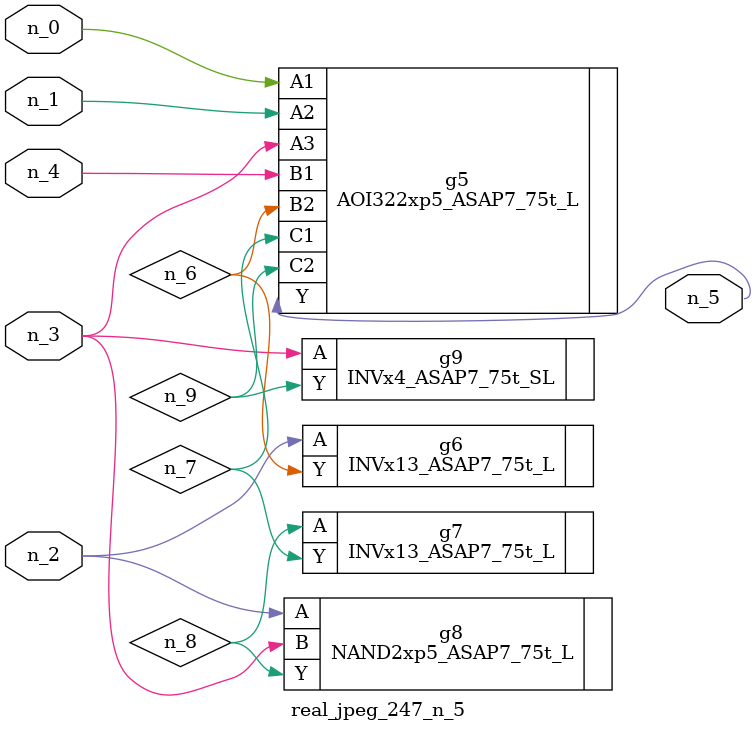
<source format=v>
module real_jpeg_247_n_5 (n_4, n_0, n_1, n_2, n_3, n_5);

input n_4;
input n_0;
input n_1;
input n_2;
input n_3;

output n_5;

wire n_8;
wire n_6;
wire n_7;
wire n_9;

AOI322xp5_ASAP7_75t_L g5 ( 
.A1(n_0),
.A2(n_1),
.A3(n_3),
.B1(n_4),
.B2(n_6),
.C1(n_7),
.C2(n_9),
.Y(n_5)
);

INVx13_ASAP7_75t_L g6 ( 
.A(n_2),
.Y(n_6)
);

NAND2xp5_ASAP7_75t_L g8 ( 
.A(n_2),
.B(n_3),
.Y(n_8)
);

INVx4_ASAP7_75t_SL g9 ( 
.A(n_3),
.Y(n_9)
);

INVx13_ASAP7_75t_L g7 ( 
.A(n_8),
.Y(n_7)
);


endmodule
</source>
